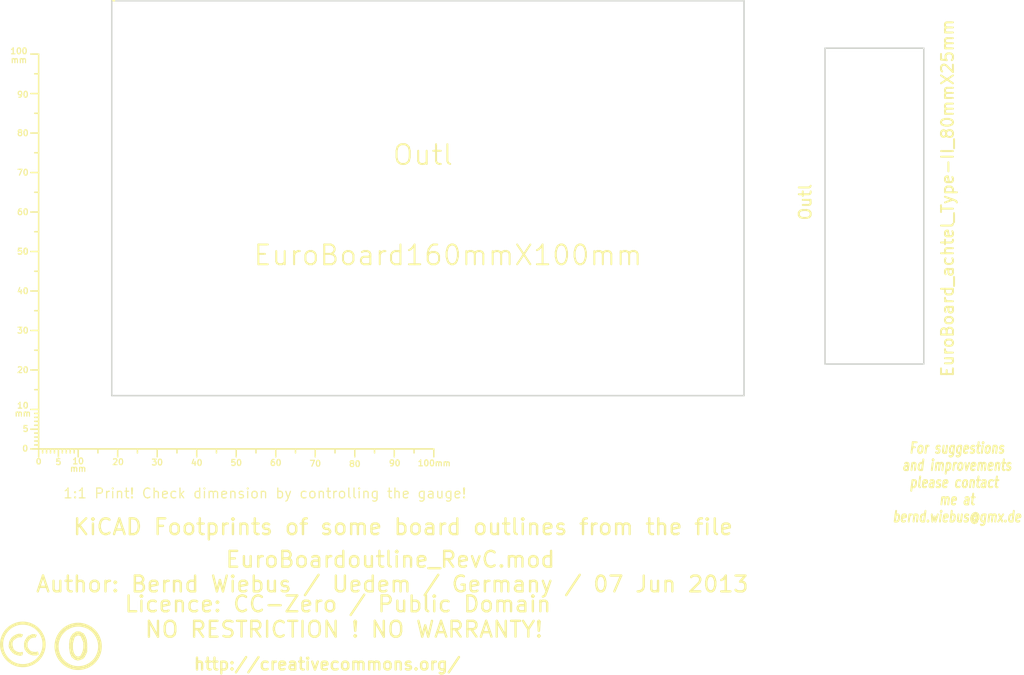
<source format=kicad_pcb>
(kicad_pcb (version 3) (host pcbnew "(2013-03-30 BZR 4007)-stable")

  (general
    (links 0)
    (no_connects 0)
    (area -16.90696 17.287177 274.02378 197.1694)
    (thickness 1.6002)
    (drawings 7)
    (tracks 0)
    (zones 0)
    (modules 5)
    (nets 1)
  )

  (page A4)
  (layers
    (15 Vorderseite signal)
    (0 Rückseite signal)
    (16 B.Adhes user)
    (17 F.Adhes user)
    (18 B.Paste user)
    (19 F.Paste user)
    (20 B.SilkS user)
    (21 F.SilkS user)
    (22 B.Mask user)
    (23 F.Mask user)
    (24 Dwgs.User user)
    (25 Cmts.User user)
    (26 Eco1.User user)
    (27 Eco2.User user)
    (28 Edge.Cuts user)
  )

  (setup
    (last_trace_width 0.2032)
    (trace_clearance 0.254)
    (zone_clearance 0.508)
    (zone_45_only no)
    (trace_min 0.2032)
    (segment_width 0.381)
    (edge_width 0.381)
    (via_size 0.889)
    (via_drill 0.635)
    (via_min_size 0.889)
    (via_min_drill 0.508)
    (uvia_size 0.508)
    (uvia_drill 0.127)
    (uvias_allowed no)
    (uvia_min_size 0.508)
    (uvia_min_drill 0.127)
    (pcb_text_width 0.3048)
    (pcb_text_size 1.524 2.032)
    (mod_edge_width 0.381)
    (mod_text_size 1.524 1.524)
    (mod_text_width 0.3048)
    (pad_size 1.524 1.524)
    (pad_drill 0.8128)
    (pad_to_mask_clearance 0.254)
    (aux_axis_origin 0 0)
    (visible_elements 7FFFFFFF)
    (pcbplotparams
      (layerselection 3178497)
      (usegerberextensions true)
      (excludeedgelayer true)
      (linewidth 60)
      (plotframeref false)
      (viasonmask false)
      (mode 1)
      (useauxorigin false)
      (hpglpennumber 1)
      (hpglpenspeed 20)
      (hpglpendiameter 15)
      (hpglpenoverlay 0)
      (psnegative false)
      (psa4output false)
      (plotreference true)
      (plotvalue true)
      (plotothertext true)
      (plotinvisibletext false)
      (padsonsilk false)
      (subtractmaskfromsilk false)
      (outputformat 1)
      (mirror false)
      (drillshape 1)
      (scaleselection 1)
      (outputdirectory ""))
  )

  (net 0 "")

  (net_class Default "Dies ist die voreingestellte Netzklasse."
    (clearance 0.254)
    (trace_width 0.2032)
    (via_dia 0.889)
    (via_drill 0.635)
    (uvia_dia 0.508)
    (uvia_drill 0.127)
    (add_net "")
  )

  (module Gauge_100mm_Type2_SilkScreenTop_RevA_Date22Jun2010 (layer Vorderseite) (tedit 4D963937) (tstamp 4D88F07A)
    (at 25 138)
    (descr "Gauge, Massstab, 100mm, SilkScreenTop, Type 2,")
    (tags "Gauge, Massstab, 100mm, SilkScreenTop, Type 2,")
    (path Gauge_100mm_Type2_SilkScreenTop_RevA_Date22Jun2010)
    (fp_text reference MSC (at 4.0005 8.99922) (layer F.SilkS) hide
      (effects (font (size 1.524 1.524) (thickness 0.3048)))
    )
    (fp_text value Gauge_100mm_Type2_SilkScreenTop_RevA_Date22Jun2010 (at 45.9994 8.99922) (layer F.SilkS) hide
      (effects (font (size 1.524 1.524) (thickness 0.3048)))
    )
    (fp_text user mm (at 9.99998 5.00126) (layer F.SilkS)
      (effects (font (size 1.524 1.524) (thickness 0.3048)))
    )
    (fp_text user mm (at -4.0005 -8.99922) (layer F.SilkS)
      (effects (font (size 1.524 1.524) (thickness 0.3048)))
    )
    (fp_text user mm (at -5.00126 -98.5012) (layer F.SilkS)
      (effects (font (size 1.524 1.524) (thickness 0.3048)))
    )
    (fp_text user 10 (at 10.00506 3.0988) (layer F.SilkS)
      (effects (font (size 1.50114 1.50114) (thickness 0.29972)))
    )
    (fp_text user 0 (at 0.00508 3.19786) (layer F.SilkS)
      (effects (font (size 1.39954 1.50114) (thickness 0.29972)))
    )
    (fp_text user 5 (at 5.0038 3.29946) (layer F.SilkS)
      (effects (font (size 1.50114 1.50114) (thickness 0.29972)))
    )
    (fp_text user 20 (at 20.1041 3.29946) (layer F.SilkS)
      (effects (font (size 1.50114 1.50114) (thickness 0.29972)))
    )
    (fp_text user 30 (at 30.00502 3.39852) (layer F.SilkS)
      (effects (font (size 1.50114 1.50114) (thickness 0.29972)))
    )
    (fp_text user 40 (at 40.005 3.50012) (layer F.SilkS)
      (effects (font (size 1.50114 1.50114) (thickness 0.29972)))
    )
    (fp_text user 50 (at 50.00498 3.50012) (layer F.SilkS)
      (effects (font (size 1.50114 1.50114) (thickness 0.29972)))
    )
    (fp_text user 60 (at 60.00496 3.50012) (layer F.SilkS)
      (effects (font (size 1.50114 1.50114) (thickness 0.29972)))
    )
    (fp_text user 70 (at 70.00494 3.70078) (layer F.SilkS)
      (effects (font (size 1.50114 1.50114) (thickness 0.29972)))
    )
    (fp_text user 80 (at 80.00492 3.79984) (layer F.SilkS)
      (effects (font (size 1.50114 1.50114) (thickness 0.29972)))
    )
    (fp_text user 90 (at 90.1065 3.60172) (layer F.SilkS)
      (effects (font (size 1.50114 1.50114) (thickness 0.29972)))
    )
    (fp_text user 100mm (at 100.10648 3.60172) (layer F.SilkS)
      (effects (font (size 1.50114 1.50114) (thickness 0.29972)))
    )
    (fp_line (start 0 -8.99922) (end -1.00076 -8.99922) (layer F.SilkS) (width 0.381))
    (fp_line (start 0 -8.001) (end -1.00076 -8.001) (layer F.SilkS) (width 0.381))
    (fp_line (start 0 -7.00024) (end -1.00076 -7.00024) (layer F.SilkS) (width 0.381))
    (fp_line (start 0 -5.99948) (end -1.00076 -5.99948) (layer F.SilkS) (width 0.381))
    (fp_line (start 0 -4.0005) (end -1.00076 -4.0005) (layer F.SilkS) (width 0.381))
    (fp_line (start 0 -2.99974) (end -1.00076 -2.99974) (layer F.SilkS) (width 0.381))
    (fp_line (start 0 -1.99898) (end -1.00076 -1.99898) (layer F.SilkS) (width 0.381))
    (fp_line (start 0 -1.00076) (end -1.00076 -1.00076) (layer F.SilkS) (width 0.381))
    (fp_line (start 0 0) (end -1.99898 0) (layer F.SilkS) (width 0.381))
    (fp_line (start 0 -5.00126) (end -1.99898 -5.00126) (layer F.SilkS) (width 0.381))
    (fp_line (start 0 -9.99998) (end -1.99898 -9.99998) (layer F.SilkS) (width 0.381))
    (fp_line (start 0 -15.00124) (end -1.00076 -15.00124) (layer F.SilkS) (width 0.381))
    (fp_line (start 0 -19.99996) (end -1.99898 -19.99996) (layer F.SilkS) (width 0.381))
    (fp_line (start 0 -25.00122) (end -1.00076 -25.00122) (layer F.SilkS) (width 0.381))
    (fp_line (start 0 -29.99994) (end -1.99898 -29.99994) (layer F.SilkS) (width 0.381))
    (fp_line (start 0 -35.0012) (end -1.00076 -35.0012) (layer F.SilkS) (width 0.381))
    (fp_line (start 0 -39.99992) (end -1.99898 -39.99992) (layer F.SilkS) (width 0.381))
    (fp_line (start 0 -45.00118) (end -1.00076 -45.00118) (layer F.SilkS) (width 0.381))
    (fp_line (start 0 -49.9999) (end -1.99898 -49.9999) (layer F.SilkS) (width 0.381))
    (fp_line (start 0 -55.00116) (end -1.00076 -55.00116) (layer F.SilkS) (width 0.381))
    (fp_line (start 0 -59.99988) (end -1.99898 -59.99988) (layer F.SilkS) (width 0.381))
    (fp_line (start 0 -65.00114) (end -1.00076 -65.00114) (layer F.SilkS) (width 0.381))
    (fp_line (start 0 -69.99986) (end -1.99898 -69.99986) (layer F.SilkS) (width 0.381))
    (fp_line (start 0 -75.00112) (end -1.00076 -75.00112) (layer F.SilkS) (width 0.381))
    (fp_line (start 0 -79.99984) (end -1.99898 -79.99984) (layer F.SilkS) (width 0.381))
    (fp_line (start 0 -85.0011) (end -1.00076 -85.0011) (layer F.SilkS) (width 0.381))
    (fp_line (start 0 -89.99982) (end -1.99898 -89.99982) (layer F.SilkS) (width 0.381))
    (fp_line (start 0 -95.00108) (end -1.00076 -95.00108) (layer F.SilkS) (width 0.381))
    (fp_line (start 0 0) (end 0 -99.9998) (layer F.SilkS) (width 0.381))
    (fp_line (start 0 -99.9998) (end -1.99898 -99.9998) (layer F.SilkS) (width 0.381))
    (fp_text user 100 (at -4.99872 -100.7491) (layer F.SilkS)
      (effects (font (size 1.50114 1.50114) (thickness 0.29972)))
    )
    (fp_text user 90 (at -4.0005 -89.7509) (layer F.SilkS)
      (effects (font (size 1.50114 1.50114) (thickness 0.29972)))
    )
    (fp_text user 80 (at -4.0005 -79.99984) (layer F.SilkS)
      (effects (font (size 1.50114 1.50114) (thickness 0.29972)))
    )
    (fp_text user 70 (at -4.0005 -69.99986) (layer F.SilkS)
      (effects (font (size 1.50114 1.50114) (thickness 0.29972)))
    )
    (fp_text user 60 (at -4.0005 -59.99988) (layer F.SilkS)
      (effects (font (size 1.50114 1.50114) (thickness 0.29972)))
    )
    (fp_text user 50 (at -4.0005 -49.9999) (layer F.SilkS)
      (effects (font (size 1.50114 1.50114) (thickness 0.34036)))
    )
    (fp_text user 40 (at -4.0005 -39.99992) (layer F.SilkS)
      (effects (font (size 1.50114 1.50114) (thickness 0.29972)))
    )
    (fp_text user 30 (at -4.0005 -29.99994) (layer F.SilkS)
      (effects (font (size 1.50114 1.50114) (thickness 0.29972)))
    )
    (fp_text user 20 (at -4.0005 -19.99996) (layer F.SilkS)
      (effects (font (size 1.50114 1.50114) (thickness 0.29972)))
    )
    (fp_line (start 95.00108 0) (end 95.00108 1.00076) (layer F.SilkS) (width 0.381))
    (fp_line (start 89.99982 0) (end 89.99982 1.99898) (layer F.SilkS) (width 0.381))
    (fp_line (start 85.0011 0) (end 85.0011 1.00076) (layer F.SilkS) (width 0.381))
    (fp_line (start 79.99984 0) (end 79.99984 1.99898) (layer F.SilkS) (width 0.381))
    (fp_line (start 75.00112 0) (end 75.00112 1.00076) (layer F.SilkS) (width 0.381))
    (fp_line (start 69.99986 0) (end 69.99986 1.99898) (layer F.SilkS) (width 0.381))
    (fp_line (start 65.00114 0) (end 65.00114 1.00076) (layer F.SilkS) (width 0.381))
    (fp_line (start 59.99988 0) (end 59.99988 1.99898) (layer F.SilkS) (width 0.381))
    (fp_line (start 55.00116 0) (end 55.00116 1.00076) (layer F.SilkS) (width 0.381))
    (fp_line (start 49.9999 0) (end 49.9999 1.99898) (layer F.SilkS) (width 0.381))
    (fp_line (start 45.00118 0) (end 45.00118 1.00076) (layer F.SilkS) (width 0.381))
    (fp_line (start 39.99992 0) (end 39.99992 1.99898) (layer F.SilkS) (width 0.381))
    (fp_line (start 35.0012 0) (end 35.0012 1.00076) (layer F.SilkS) (width 0.381))
    (fp_line (start 29.99994 0) (end 29.99994 1.99898) (layer F.SilkS) (width 0.381))
    (fp_line (start 25.00122 0) (end 25.00122 1.00076) (layer F.SilkS) (width 0.381))
    (fp_line (start 19.99996 0) (end 19.99996 1.99898) (layer F.SilkS) (width 0.381))
    (fp_line (start 15.00124 0) (end 15.00124 1.00076) (layer F.SilkS) (width 0.381))
    (fp_line (start 9.99998 0) (end 99.9998 0) (layer F.SilkS) (width 0.381))
    (fp_line (start 99.9998 0) (end 99.9998 1.99898) (layer F.SilkS) (width 0.381))
    (fp_text user 5 (at -3.302 -5.10286) (layer F.SilkS)
      (effects (font (size 1.50114 1.50114) (thickness 0.29972)))
    )
    (fp_text user 0 (at -3.4036 -0.10414) (layer F.SilkS)
      (effects (font (size 1.50114 1.50114) (thickness 0.29972)))
    )
    (fp_text user 10 (at -4.0005 -11.00074) (layer F.SilkS)
      (effects (font (size 1.50114 1.50114) (thickness 0.29972)))
    )
    (fp_line (start 8.99922 0) (end 8.99922 1.00076) (layer F.SilkS) (width 0.381))
    (fp_line (start 8.001 0) (end 8.001 1.00076) (layer F.SilkS) (width 0.381))
    (fp_line (start 7.00024 0) (end 7.00024 1.00076) (layer F.SilkS) (width 0.381))
    (fp_line (start 5.99948 0) (end 5.99948 1.00076) (layer F.SilkS) (width 0.381))
    (fp_line (start 4.0005 0) (end 4.0005 1.00076) (layer F.SilkS) (width 0.381))
    (fp_line (start 2.99974 0) (end 2.99974 1.00076) (layer F.SilkS) (width 0.381))
    (fp_line (start 1.99898 0) (end 1.99898 1.00076) (layer F.SilkS) (width 0.381))
    (fp_line (start 1.00076 0) (end 1.00076 1.00076) (layer F.SilkS) (width 0.381))
    (fp_line (start 5.00126 0) (end 5.00126 1.99898) (layer F.SilkS) (width 0.381))
    (fp_line (start 0 0) (end 0 1.99898) (layer F.SilkS) (width 0.381))
    (fp_line (start 0 0) (end 9.99998 0) (layer F.SilkS) (width 0.381))
    (fp_line (start 9.99998 0) (end 9.99998 1.99898) (layer F.SilkS) (width 0.381))
  )

  (module Symbol_CC-PublicDomain_SilkScreenTop_Big (layer Vorderseite) (tedit 515D641F) (tstamp 515F0B64)
    (at 35 188)
    (descr "Symbol, CC-PublicDomain, SilkScreen Top, Big,")
    (tags "Symbol, CC-PublicDomain, SilkScreen Top, Big,")
    (path Symbol_CC-Noncommercial_CopperTop_Big)
    (fp_text reference Sym (at 0.59944 -7.29996) (layer F.SilkS) hide
      (effects (font (size 1.524 1.524) (thickness 0.3048)))
    )
    (fp_text value Symbol_CC-PublicDomain_SilkScreenTop_Big (at 0.59944 8.001) (layer F.SilkS) hide
      (effects (font (size 1.524 1.524) (thickness 0.3048)))
    )
    (fp_circle (center 0 0) (end 5.8 -0.05) (layer F.SilkS) (width 0.381))
    (fp_circle (center 0 0) (end 5.5 0) (layer F.SilkS) (width 0.381))
    (fp_circle (center 0.05 0) (end 5.25 0) (layer F.SilkS) (width 0.381))
    (fp_line (start 1.1 -2.5) (end 1.4 -1.9) (layer F.SilkS) (width 0.381))
    (fp_line (start -1.8 1.2) (end -1.6 1.9) (layer F.SilkS) (width 0.381))
    (fp_line (start -1.6 1.9) (end -1.2 2.5) (layer F.SilkS) (width 0.381))
    (fp_line (start 0 -3) (end 0.75 -2.75) (layer F.SilkS) (width 0.381))
    (fp_line (start 0.75 -2.75) (end 1 -2.25) (layer F.SilkS) (width 0.381))
    (fp_line (start 1 -2.25) (end 1.5 -1) (layer F.SilkS) (width 0.381))
    (fp_line (start 1.5 -1) (end 1.5 -0.5) (layer F.SilkS) (width 0.381))
    (fp_line (start 1.5 -0.5) (end 1.5 0.5) (layer F.SilkS) (width 0.381))
    (fp_line (start 1.5 0.5) (end 1.25 1.5) (layer F.SilkS) (width 0.381))
    (fp_line (start 1.25 1.5) (end 0.75 2.5) (layer F.SilkS) (width 0.381))
    (fp_line (start 0.75 2.5) (end 0.25 2.75) (layer F.SilkS) (width 0.381))
    (fp_line (start 0.25 2.75) (end -0.25 2.75) (layer F.SilkS) (width 0.381))
    (fp_line (start -0.25 2.75) (end -0.75 2.5) (layer F.SilkS) (width 0.381))
    (fp_line (start -0.75 2.5) (end -1.25 1.75) (layer F.SilkS) (width 0.381))
    (fp_line (start -1.25 1.75) (end -1.5 0.75) (layer F.SilkS) (width 0.381))
    (fp_line (start -1.5 0.75) (end -1.5 -0.75) (layer F.SilkS) (width 0.381))
    (fp_line (start -1.5 -0.75) (end -1.25 -1.75) (layer F.SilkS) (width 0.381))
    (fp_line (start -1.25 -1.75) (end -1 -2.5) (layer F.SilkS) (width 0.381))
    (fp_line (start -1 -2.5) (end -0.3 -2.9) (layer F.SilkS) (width 0.381))
    (fp_line (start -0.3 -2.9) (end 0.2 -3) (layer F.SilkS) (width 0.381))
    (fp_line (start 0.2 -3) (end 0.8 -3) (layer F.SilkS) (width 0.381))
    (fp_line (start 0.8 -3) (end 1.4 -2.3) (layer F.SilkS) (width 0.381))
    (fp_line (start 1.4 -2.3) (end 1.6 -1.4) (layer F.SilkS) (width 0.381))
    (fp_line (start 1.6 -1.4) (end 1.7 -0.3) (layer F.SilkS) (width 0.381))
    (fp_line (start 1.7 -0.3) (end 1.7 0.9) (layer F.SilkS) (width 0.381))
    (fp_line (start 1.7 0.9) (end 1.4 1.8) (layer F.SilkS) (width 0.381))
    (fp_line (start 1.4 1.8) (end 1 2.7) (layer F.SilkS) (width 0.381))
    (fp_line (start 1 2.7) (end 0.5 3) (layer F.SilkS) (width 0.381))
    (fp_line (start 0.5 3) (end -0.4 3) (layer F.SilkS) (width 0.381))
    (fp_line (start -0.4 3) (end -1.3 2.3) (layer F.SilkS) (width 0.381))
    (fp_line (start -1.3 2.3) (end -1.7 1) (layer F.SilkS) (width 0.381))
    (fp_line (start -1.7 1) (end -1.8 -0.7) (layer F.SilkS) (width 0.381))
    (fp_line (start -1.8 -0.7) (end -1.4 -2.2) (layer F.SilkS) (width 0.381))
    (fp_line (start -1.4 -2.2) (end -1 -2.9) (layer F.SilkS) (width 0.381))
    (fp_line (start -1 -2.9) (end -0.2 -3.3) (layer F.SilkS) (width 0.381))
    (fp_line (start -0.2 -3.3) (end 0.7 -3.2) (layer F.SilkS) (width 0.381))
    (fp_line (start 0.7 -3.2) (end 1.3 -3.1) (layer F.SilkS) (width 0.381))
    (fp_line (start 1.3 -3.1) (end 1.7 -2.4) (layer F.SilkS) (width 0.381))
    (fp_line (start 1.7 -2.4) (end 2 -1.6) (layer F.SilkS) (width 0.381))
    (fp_line (start 2 -1.6) (end 2.1 -0.6) (layer F.SilkS) (width 0.381))
    (fp_line (start 2.1 -0.6) (end 2.1 0.3) (layer F.SilkS) (width 0.381))
    (fp_line (start 2.1 0.3) (end 2.1 1.3) (layer F.SilkS) (width 0.381))
    (fp_line (start 2.1 1.3) (end 1.9 1.8) (layer F.SilkS) (width 0.381))
    (fp_line (start 1.9 1.8) (end 1.5 2.6) (layer F.SilkS) (width 0.381))
    (fp_line (start 1.5 2.6) (end 1.1 3) (layer F.SilkS) (width 0.381))
    (fp_line (start 1.1 3) (end 0.4 3.3) (layer F.SilkS) (width 0.381))
    (fp_line (start 0.4 3.3) (end -0.1 3.4) (layer F.SilkS) (width 0.381))
    (fp_line (start -0.1 3.4) (end -0.8 3.2) (layer F.SilkS) (width 0.381))
    (fp_line (start -0.8 3.2) (end -1.5 2.6) (layer F.SilkS) (width 0.381))
    (fp_line (start -1.5 2.6) (end -1.9 1.7) (layer F.SilkS) (width 0.381))
    (fp_line (start -1.9 1.7) (end -2.1 0.4) (layer F.SilkS) (width 0.381))
    (fp_line (start -2.1 0.4) (end -2.1 -0.6) (layer F.SilkS) (width 0.381))
    (fp_line (start -2.1 -0.6) (end -2 -1.6) (layer F.SilkS) (width 0.381))
    (fp_line (start -2 -1.6) (end -1.7 -2.4) (layer F.SilkS) (width 0.381))
    (fp_line (start -1.7 -2.4) (end -1.2 -3.1) (layer F.SilkS) (width 0.381))
    (fp_line (start -1.2 -3.1) (end -0.4 -3.6) (layer F.SilkS) (width 0.381))
    (fp_line (start -0.4 -3.6) (end 0.4 -3.6) (layer F.SilkS) (width 0.381))
    (fp_line (start 0.4 -3.6) (end 1.1 -3.2) (layer F.SilkS) (width 0.381))
    (fp_line (start 1.1 -3.2) (end 1.1 -2.9) (layer F.SilkS) (width 0.381))
    (fp_line (start 1.1 -2.9) (end 1.8 -1.5) (layer F.SilkS) (width 0.381))
    (fp_line (start 1.8 -1.5) (end 1.8 -0.4) (layer F.SilkS) (width 0.381))
    (fp_line (start 1.8 -0.4) (end 1.8 1.1) (layer F.SilkS) (width 0.381))
    (fp_line (start 1.8 1.1) (end 1.2 2.6) (layer F.SilkS) (width 0.381))
    (fp_line (start 1.2 2.6) (end 0.2 3.2) (layer F.SilkS) (width 0.381))
    (fp_line (start 0.2 3.2) (end -0.5 3.2) (layer F.SilkS) (width 0.381))
    (fp_line (start -0.5 3.2) (end -1.1 2.7) (layer F.SilkS) (width 0.381))
    (fp_line (start -1.1 2.7) (end -1.9 0.6) (layer F.SilkS) (width 0.381))
    (fp_line (start -1.9 0.6) (end -1.7 -1.9) (layer F.SilkS) (width 0.381))
  )

  (module Symbol_CreativeCommons_SilkScreenTop_Type2_Big (layer Vorderseite) (tedit 515D640C) (tstamp 515F46B2)
    (at 21 187.5)
    (descr "Symbol, Creative Commons, SilkScreen Top, Type 2, Big,")
    (tags "Symbol, Creative Commons, SilkScreen Top, Type 2, Big,")
    (path Symbol_CreativeCommons_CopperTop_Type2_Big)
    (fp_text reference Sym (at 0.59944 -7.29996) (layer F.SilkS) hide
      (effects (font (size 1.524 1.524) (thickness 0.3048)))
    )
    (fp_text value Symbol_CreativeCommons_Typ2_SilkScreenTop_Big (at 0.59944 8.001) (layer F.SilkS) hide
      (effects (font (size 1.524 1.524) (thickness 0.3048)))
    )
    (fp_line (start -0.70104 2.70002) (end -0.29972 2.60096) (layer F.SilkS) (width 0.381))
    (fp_line (start -0.29972 2.60096) (end -0.20066 2.10058) (layer F.SilkS) (width 0.381))
    (fp_line (start -2.49936 -1.69926) (end -2.70002 -1.6002) (layer F.SilkS) (width 0.381))
    (fp_line (start -2.70002 -1.6002) (end -3.0988 -1.00076) (layer F.SilkS) (width 0.381))
    (fp_line (start -3.0988 -1.00076) (end -3.29946 -0.50038) (layer F.SilkS) (width 0.381))
    (fp_line (start -3.29946 -0.50038) (end -3.40106 0.39878) (layer F.SilkS) (width 0.381))
    (fp_line (start -3.40106 0.39878) (end -3.29946 0.89916) (layer F.SilkS) (width 0.381))
    (fp_line (start -0.19812 2.4003) (end -0.29718 2.59842) (layer F.SilkS) (width 0.381))
    (fp_line (start 3.70078 2.10058) (end 3.79984 2.4003) (layer F.SilkS) (width 0.381))
    (fp_line (start 2.99974 -2.4003) (end 3.29946 -2.30124) (layer F.SilkS) (width 0.381))
    (fp_line (start 3.29946 -2.30124) (end 3.0988 -1.99898) (layer F.SilkS) (width 0.381))
    (fp_line (start 0 -5.40004) (end -0.50038 -5.40004) (layer F.SilkS) (width 0.381))
    (fp_line (start -0.50038 -5.40004) (end -1.30048 -5.10032) (layer F.SilkS) (width 0.381))
    (fp_line (start -1.30048 -5.10032) (end -1.99898 -4.89966) (layer F.SilkS) (width 0.381))
    (fp_line (start -1.99898 -4.89966) (end -2.70002 -4.699) (layer F.SilkS) (width 0.381))
    (fp_line (start -2.70002 -4.699) (end -3.29946 -4.20116) (layer F.SilkS) (width 0.381))
    (fp_line (start -3.29946 -4.20116) (end -4.0005 -3.59918) (layer F.SilkS) (width 0.381))
    (fp_line (start -4.0005 -3.59918) (end -4.50088 -2.99974) (layer F.SilkS) (width 0.381))
    (fp_line (start -4.50088 -2.99974) (end -5.00126 -2.10058) (layer F.SilkS) (width 0.381))
    (fp_line (start -5.00126 -2.10058) (end -5.30098 -1.09982) (layer F.SilkS) (width 0.381))
    (fp_line (start -5.30098 -1.09982) (end -5.40004 0.09906) (layer F.SilkS) (width 0.381))
    (fp_line (start -5.40004 0.09906) (end -5.19938 1.30048) (layer F.SilkS) (width 0.381))
    (fp_line (start -5.19938 1.30048) (end -4.8006 2.4003) (layer F.SilkS) (width 0.381))
    (fp_line (start -4.8006 2.4003) (end -3.79984 3.8989) (layer F.SilkS) (width 0.381))
    (fp_line (start -3.79984 3.8989) (end -2.60096 4.8006) (layer F.SilkS) (width 0.381))
    (fp_line (start -2.60096 4.8006) (end -1.30048 5.30098) (layer F.SilkS) (width 0.381))
    (fp_line (start -1.30048 5.30098) (end 0.09906 5.30098) (layer F.SilkS) (width 0.381))
    (fp_line (start 0.09906 5.30098) (end 1.6002 5.19938) (layer F.SilkS) (width 0.381))
    (fp_line (start 1.6002 5.19938) (end 2.60096 4.699) (layer F.SilkS) (width 0.381))
    (fp_line (start 2.60096 4.699) (end 4.20116 3.40106) (layer F.SilkS) (width 0.381))
    (fp_line (start 4.20116 3.40106) (end 5.00126 1.80086) (layer F.SilkS) (width 0.381))
    (fp_line (start 5.00126 1.80086) (end 5.40004 0.29972) (layer F.SilkS) (width 0.381))
    (fp_line (start 5.40004 0.29972) (end 5.19938 -1.39954) (layer F.SilkS) (width 0.381))
    (fp_line (start 5.19938 -1.39954) (end 4.699 -2.49936) (layer F.SilkS) (width 0.381))
    (fp_line (start 4.699 -2.49936) (end 3.40106 -4.09956) (layer F.SilkS) (width 0.381))
    (fp_line (start 3.40106 -4.09956) (end 2.4003 -4.8006) (layer F.SilkS) (width 0.381))
    (fp_line (start 2.4003 -4.8006) (end 1.39954 -5.19938) (layer F.SilkS) (width 0.381))
    (fp_line (start 1.39954 -5.19938) (end 0 -5.30098) (layer F.SilkS) (width 0.381))
    (fp_line (start 0.60198 -0.70104) (end 0.50292 -0.20066) (layer F.SilkS) (width 0.381))
    (fp_line (start 0.50292 -0.20066) (end 0.50292 0.49784) (layer F.SilkS) (width 0.381))
    (fp_line (start 0.50292 0.49784) (end 0.60198 1.09982) (layer F.SilkS) (width 0.381))
    (fp_line (start 0.60198 1.09982) (end 1.00076 1.69926) (layer F.SilkS) (width 0.381))
    (fp_line (start 1.00076 1.69926) (end 1.50114 2.19964) (layer F.SilkS) (width 0.381))
    (fp_line (start 1.50114 2.19964) (end 2.10058 2.49936) (layer F.SilkS) (width 0.381))
    (fp_line (start 2.10058 2.49936) (end 2.60096 2.59842) (layer F.SilkS) (width 0.381))
    (fp_line (start 2.60096 2.59842) (end 3.00228 2.59842) (layer F.SilkS) (width 0.381))
    (fp_line (start 3.00228 2.59842) (end 3.40106 2.59842) (layer F.SilkS) (width 0.381))
    (fp_line (start 3.40106 2.59842) (end 3.80238 2.49936) (layer F.SilkS) (width 0.381))
    (fp_line (start 3.80238 2.49936) (end 3.70078 2.2987) (layer F.SilkS) (width 0.381))
    (fp_line (start 3.70078 2.2987) (end 2.80162 2.4003) (layer F.SilkS) (width 0.381))
    (fp_line (start 2.80162 2.4003) (end 1.80086 2.09804) (layer F.SilkS) (width 0.381))
    (fp_line (start 1.80086 2.09804) (end 1.20142 1.6002) (layer F.SilkS) (width 0.381))
    (fp_line (start 1.20142 1.6002) (end 0.80264 0.6985) (layer F.SilkS) (width 0.381))
    (fp_line (start 0.80264 0.6985) (end 0.70104 -0.29972) (layer F.SilkS) (width 0.381))
    (fp_line (start 0.70104 -0.29972) (end 1.00076 -1.00076) (layer F.SilkS) (width 0.381))
    (fp_line (start 1.00076 -1.00076) (end 1.60274 -1.7018) (layer F.SilkS) (width 0.381))
    (fp_line (start 1.60274 -1.7018) (end 2.30124 -2.10058) (layer F.SilkS) (width 0.381))
    (fp_line (start 2.30124 -2.10058) (end 3.00228 -2.10058) (layer F.SilkS) (width 0.381))
    (fp_line (start 3.00228 -2.10058) (end 3.10134 -1.89992) (layer F.SilkS) (width 0.381))
    (fp_line (start 3.10134 -1.89992) (end 2.5019 -1.89992) (layer F.SilkS) (width 0.381))
    (fp_line (start 2.5019 -1.89992) (end 1.80086 -1.6002) (layer F.SilkS) (width 0.381))
    (fp_line (start 1.80086 -1.6002) (end 1.30048 -1.00076) (layer F.SilkS) (width 0.381))
    (fp_line (start 1.30048 -1.00076) (end 1.00076 -0.40132) (layer F.SilkS) (width 0.381))
    (fp_line (start 1.00076 -0.40132) (end 1.00076 0.09906) (layer F.SilkS) (width 0.381))
    (fp_line (start 1.00076 0.09906) (end 1.00076 0.6985) (layer F.SilkS) (width 0.381))
    (fp_line (start 1.00076 0.6985) (end 1.30048 1.19888) (layer F.SilkS) (width 0.381))
    (fp_line (start 1.30048 1.19888) (end 1.7018 1.69926) (layer F.SilkS) (width 0.381))
    (fp_line (start 1.7018 1.69926) (end 2.30124 1.99898) (layer F.SilkS) (width 0.381))
    (fp_line (start 2.30124 1.99898) (end 2.90068 2.09804) (layer F.SilkS) (width 0.381))
    (fp_line (start 2.90068 2.09804) (end 3.40106 2.09804) (layer F.SilkS) (width 0.381))
    (fp_line (start 3.40106 2.09804) (end 3.70078 1.99898) (layer F.SilkS) (width 0.381))
    (fp_line (start 3.00228 -2.4003) (end 2.40284 -2.4003) (layer F.SilkS) (width 0.381))
    (fp_line (start 2.40284 -2.4003) (end 2.00152 -2.20218) (layer F.SilkS) (width 0.381))
    (fp_line (start 2.00152 -2.20218) (end 1.50114 -2.00152) (layer F.SilkS) (width 0.381))
    (fp_line (start 1.50114 -2.00152) (end 1.10236 -1.6002) (layer F.SilkS) (width 0.381))
    (fp_line (start 1.10236 -1.6002) (end 0.80264 -1.09982) (layer F.SilkS) (width 0.381))
    (fp_line (start 0.80264 -1.09982) (end 0.60198 -0.70104) (layer F.SilkS) (width 0.381))
    (fp_line (start -0.39878 -1.99898) (end -0.89916 -1.99898) (layer F.SilkS) (width 0.381))
    (fp_line (start -0.89916 -1.99898) (end -1.39954 -1.89738) (layer F.SilkS) (width 0.381))
    (fp_line (start -1.39954 -1.89738) (end -1.89992 -1.59766) (layer F.SilkS) (width 0.381))
    (fp_line (start -1.89992 -1.59766) (end -2.4003 -1.19888) (layer F.SilkS) (width 0.381))
    (fp_line (start -2.4003 -1.30048) (end -2.70002 -0.8001) (layer F.SilkS) (width 0.381))
    (fp_line (start -2.70002 -0.8001) (end -2.79908 -0.29972) (layer F.SilkS) (width 0.381))
    (fp_line (start -2.79908 -0.29972) (end -2.79908 0.20066) (layer F.SilkS) (width 0.381))
    (fp_line (start -2.79908 0.20066) (end -2.59842 1.00076) (layer F.SilkS) (width 0.381))
    (fp_line (start -2.69748 1.00076) (end -2.39776 1.39954) (layer F.SilkS) (width 0.381))
    (fp_line (start -2.29616 1.4986) (end -1.79578 1.89992) (layer F.SilkS) (width 0.381))
    (fp_line (start -1.79578 1.89992) (end -1.29794 2.09804) (layer F.SilkS) (width 0.381))
    (fp_line (start -1.29794 2.09804) (end -0.89662 2.19964) (layer F.SilkS) (width 0.381))
    (fp_line (start -0.89662 2.19964) (end -0.49784 2.19964) (layer F.SilkS) (width 0.381))
    (fp_line (start -0.49784 2.19964) (end -0.19812 2.09804) (layer F.SilkS) (width 0.381))
    (fp_line (start -0.19812 2.09804) (end -0.29718 2.4003) (layer F.SilkS) (width 0.381))
    (fp_line (start -0.29718 2.4003) (end -0.89662 2.49936) (layer F.SilkS) (width 0.381))
    (fp_line (start -0.89662 2.49936) (end -1.59766 2.2987) (layer F.SilkS) (width 0.381))
    (fp_line (start -1.59766 2.2987) (end -2.29616 1.79832) (layer F.SilkS) (width 0.381))
    (fp_line (start -2.29616 1.79832) (end -2.79654 1.29794) (layer F.SilkS) (width 0.381))
    (fp_line (start -2.79908 1.39954) (end -2.99974 0.70104) (layer F.SilkS) (width 0.381))
    (fp_line (start -2.99974 0.70104) (end -3.0988 0) (layer F.SilkS) (width 0.381))
    (fp_line (start -3.0988 0) (end -2.99974 -0.59944) (layer F.SilkS) (width 0.381))
    (fp_line (start -2.99974 -0.8001) (end -2.70002 -1.30048) (layer F.SilkS) (width 0.381))
    (fp_line (start -2.70002 -1.09982) (end -2.19964 -1.6002) (layer F.SilkS) (width 0.381))
    (fp_line (start -2.19964 -1.69926) (end -1.69926 -1.99898) (layer F.SilkS) (width 0.381))
    (fp_line (start -1.69926 -1.99898) (end -1.19888 -2.19964) (layer F.SilkS) (width 0.381))
    (fp_line (start -1.19888 -2.19964) (end -0.6985 -2.19964) (layer F.SilkS) (width 0.381))
    (fp_line (start -0.6985 -2.19964) (end -0.29972 -2.19964) (layer F.SilkS) (width 0.381))
    (fp_line (start -0.29972 -2.19964) (end -0.20066 -2.39776) (layer F.SilkS) (width 0.381))
    (fp_line (start -0.20066 -2.39776) (end -0.59944 -2.49936) (layer F.SilkS) (width 0.381))
    (fp_line (start -0.59944 -2.49936) (end -1.00076 -2.49936) (layer F.SilkS) (width 0.381))
    (fp_line (start -1.00076 -2.49936) (end -1.4986 -2.39776) (layer F.SilkS) (width 0.381))
    (fp_line (start -1.4986 -2.39776) (end -2.10058 -2.09804) (layer F.SilkS) (width 0.381))
    (fp_line (start -2.10058 -2.09804) (end -2.59842 -1.69926) (layer F.SilkS) (width 0.381))
    (fp_line (start -2.59842 -1.6002) (end -3.0988 -0.89916) (layer F.SilkS) (width 0.381))
    (fp_line (start -3.0988 -0.89916) (end -3.29946 -0.29972) (layer F.SilkS) (width 0.381))
    (fp_line (start -3.29946 -0.29972) (end -3.29946 0.40132) (layer F.SilkS) (width 0.381))
    (fp_line (start -3.29946 0.40132) (end -3.2004 1.00076) (layer F.SilkS) (width 0.381))
    (fp_line (start -3.29946 0.8001) (end -2.99974 1.39954) (layer F.SilkS) (width 0.381))
    (fp_line (start -2.89814 1.4986) (end -2.49682 1.99898) (layer F.SilkS) (width 0.381))
    (fp_line (start -2.49682 1.99898) (end -1.89738 2.4003) (layer F.SilkS) (width 0.381))
    (fp_line (start -1.89738 2.4003) (end -1.19634 2.59842) (layer F.SilkS) (width 0.381))
    (fp_line (start -1.19634 2.59842) (end -0.69596 2.70002) (layer F.SilkS) (width 0.381))
    (fp_line (start -2.9972 1.19888) (end -2.59842 1.19888) (layer F.SilkS) (width 0.381))
    (fp_circle (center 0 0) (end 5.08 1.016) (layer F.SilkS) (width 0.381))
    (fp_circle (center 0 0) (end 5.588 0) (layer F.SilkS) (width 0.381))
  )

  (module EuroBoard160mmX100mm (layer Vorderseite) (tedit 4BAFCCC6) (tstamp 51AE19F8)
    (at 43.5 124.5)
    (descr "Outline, Eurocard, 100x160mm,")
    (tags "Outline, Eurocard, 100x160mm,")
    (fp_text reference Outl (at 78.74 -60.96) (layer F.SilkS)
      (effects (font (size 5.00126 5.00126) (thickness 0.50038)))
    )
    (fp_text value EuroBoard160mmX100mm (at 85.09 -35.56) (layer F.SilkS)
      (effects (font (size 5.00126 5.00126) (thickness 0.50038)))
    )
    (fp_line (start 1.00076 -99.9998) (end 0 -99.9998) (layer F.SilkS) (width 0.381))
    (fp_line (start 0 -99.9998) (end 0 0) (layer Edge.Cuts) (width 0.381))
    (fp_line (start 0 0) (end 159.99968 0) (layer Edge.Cuts) (width 0.381))
    (fp_line (start 159.99968 0) (end 159.99968 -99.9998) (layer Edge.Cuts) (width 0.381))
    (fp_line (start 159.99968 -99.9998) (end 1.00076 -99.9998) (layer Edge.Cuts) (width 0.381))
  )

  (module EuroBoard_achtel_Type-II_80mmX25mm (layer Vorderseite) (tedit 51AE1D14) (tstamp 51AE1B18)
    (at 249 116.5 90)
    (descr "Outline, Eurocard 1/8, Type II,  80x25mm,")
    (tags "Outline, Eurocard 1/8, Type I, 80x25mm,")
    (fp_text reference Outl (at 41.00068 -29.99994 90) (layer F.SilkS)
      (effects (font (size 2.99974 2.99974) (thickness 0.50038)))
    )
    (fp_text value EuroBoard_achtel_Type-II_80mmX25mm (at 41.9989 5.99948 90) (layer F.SilkS)
      (effects (font (size 3.00228 3.00228) (thickness 0.50038)))
    )
    (fp_line (start 0 0) (end 79.99984 0) (layer Edge.Cuts) (width 0.381))
    (fp_line (start 79.99984 0) (end 79.99984 -25.00122) (layer Edge.Cuts) (width 0.381))
    (fp_line (start 79.99984 -25.00122) (end 0 -25.00122) (layer Edge.Cuts) (width 0.381))
    (fp_line (start 0 -25.00122) (end 0 0) (layer Edge.Cuts) (width 0.381))
  )

  (gr_text http://creativecommons.org/ (at 98 192.5) (layer F.SilkS)
    (effects (font (size 3 3) (thickness 0.6)))
  )
  (gr_text "For suggestions\nand improvements\nplease contact \nme at\nbernd.wiebus@gmx.de" (at 257.41884 146.4691) (layer F.SilkS)
    (effects (font (size 2.70002 1.99898) (thickness 0.50038) italic))
  )
  (gr_text "1:1 Print! Check dimension by controlling the gauge!" (at 82.24882 149.25014) (layer F.SilkS)
    (effects (font (size 2.49936 2.49936) (thickness 0.29972)))
  )
  (gr_text "Licence: CC-Zero / Public Domain \nNO RESTRICTION ! NO WARRANTY!" (at 102.2501 180.50064) (layer F.SilkS)
    (effects (font (size 4.0005 4.0005) (thickness 0.59944)))
  )
  (gr_text "Author: Bernd Wiebus / Uedem / Germany / 07 Jun 2013" (at 114.50012 172.24958) (layer F.SilkS)
    (effects (font (size 4.0005 4.0005) (thickness 0.59944)))
  )
  (gr_text EuroBoardoutline_RevC.mod (at 114.00028 165.9989) (layer F.SilkS)
    (effects (font (size 4.0005 4.0005) (thickness 0.59944)))
  )
  (gr_text "KiCAD Footprints of some board outlines from the file " (at 118.75008 157.74898) (layer F.SilkS)
    (effects (font (size 4.0005 4.0005) (thickness 0.59944)))
  )

)

</source>
